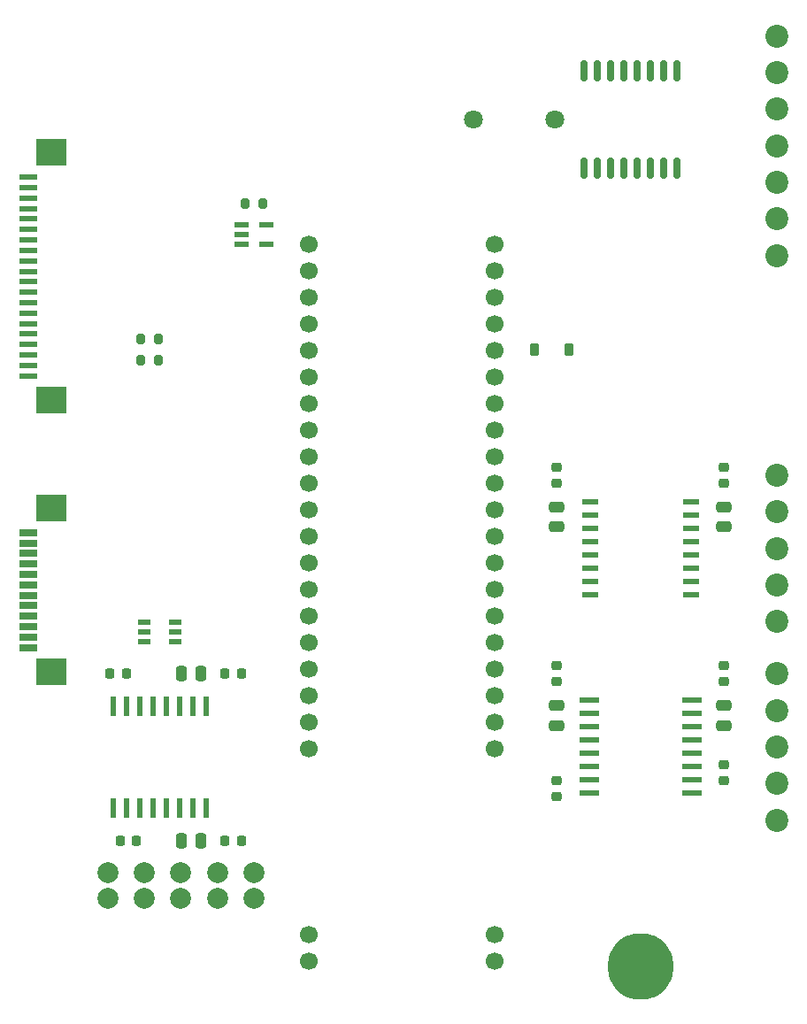
<source format=gbr>
%TF.GenerationSoftware,KiCad,Pcbnew,9.0.5*%
%TF.CreationDate,2025-10-31T11:51:33+03:00*%
%TF.ProjectId,PMCPU-LLP,504d4350-552d-44c4-9c50-2e6b69636164,rev?*%
%TF.SameCoordinates,Original*%
%TF.FileFunction,Soldermask,Top*%
%TF.FilePolarity,Negative*%
%FSLAX46Y46*%
G04 Gerber Fmt 4.6, Leading zero omitted, Abs format (unit mm)*
G04 Created by KiCad (PCBNEW 9.0.5) date 2025-10-31 11:51:33*
%MOMM*%
%LPD*%
G01*
G04 APERTURE LIST*
G04 Aperture macros list*
%AMRoundRect*
0 Rectangle with rounded corners*
0 $1 Rounding radius*
0 $2 $3 $4 $5 $6 $7 $8 $9 X,Y pos of 4 corners*
0 Add a 4 corners polygon primitive as box body*
4,1,4,$2,$3,$4,$5,$6,$7,$8,$9,$2,$3,0*
0 Add four circle primitives for the rounded corners*
1,1,$1+$1,$2,$3*
1,1,$1+$1,$4,$5*
1,1,$1+$1,$6,$7*
1,1,$1+$1,$8,$9*
0 Add four rect primitives between the rounded corners*
20,1,$1+$1,$2,$3,$4,$5,0*
20,1,$1+$1,$4,$5,$6,$7,0*
20,1,$1+$1,$6,$7,$8,$9,0*
20,1,$1+$1,$8,$9,$2,$3,0*%
G04 Aperture macros list end*
%ADD10RoundRect,0.225000X0.225000X0.375000X-0.225000X0.375000X-0.225000X-0.375000X0.225000X-0.375000X0*%
%ADD11O,6.350000X6.350000*%
%ADD12R,1.181100X0.558800*%
%ADD13RoundRect,0.200000X0.200000X0.275000X-0.200000X0.275000X-0.200000X-0.275000X0.200000X-0.275000X0*%
%ADD14RoundRect,0.250000X-0.475000X0.250000X-0.475000X-0.250000X0.475000X-0.250000X0.475000X0.250000X0*%
%ADD15RoundRect,0.225000X-0.250000X0.225000X-0.250000X-0.225000X0.250000X-0.225000X0.250000X0.225000X0*%
%ADD16C,1.800000*%
%ADD17RoundRect,0.225000X0.250000X-0.225000X0.250000X0.225000X-0.250000X0.225000X-0.250000X-0.225000X0*%
%ADD18RoundRect,0.250000X0.250000X0.475000X-0.250000X0.475000X-0.250000X-0.475000X0.250000X-0.475000X0*%
%ADD19C,2.200000*%
%ADD20RoundRect,0.225000X0.225000X0.250000X-0.225000X0.250000X-0.225000X-0.250000X0.225000X-0.250000X0*%
%ADD21R,1.854200X0.482600*%
%ADD22R,1.320800X0.558800*%
%ADD23R,1.803400X0.635000*%
%ADD24R,2.997200X2.590800*%
%ADD25C,1.700000*%
%ADD26R,1.800000X0.600000*%
%ADD27R,3.000000X2.600000*%
%ADD28RoundRect,0.225000X-0.225000X-0.250000X0.225000X-0.250000X0.225000X0.250000X-0.225000X0.250000X0*%
%ADD29R,1.549400X0.482600*%
%ADD30RoundRect,0.150000X0.150000X-0.875000X0.150000X0.875000X-0.150000X0.875000X-0.150000X-0.875000X0*%
%ADD31C,2.000000*%
%ADD32R,0.482600X1.854200*%
G04 APERTURE END LIST*
D10*
%TO.C,D1*%
X15150000Y13000000D03*
X11850000Y13000000D03*
%TD*%
D11*
%TO.C,PE1*%
X22000000Y-46000000D03*
%TD*%
D12*
%TO.C,U7*%
X-22533150Y-14950001D03*
X-22533150Y-14000000D03*
X-22533150Y-13049999D03*
X-25466850Y-13049999D03*
X-25466850Y-14000000D03*
X-25466850Y-14950001D03*
%TD*%
D13*
%TO.C,R10*%
X-24175000Y14000000D03*
X-25825000Y14000000D03*
%TD*%
D14*
%TO.C,C4*%
X30000000Y-21050000D03*
X30000000Y-22950000D03*
%TD*%
D15*
%TO.C,C8*%
X30000000Y-26705000D03*
X30000000Y-28255000D03*
%TD*%
D16*
%TO.C,J1*%
X13750000Y35000000D03*
X6000000Y35000000D03*
%TD*%
D17*
%TO.C,C7*%
X30000000Y-18775000D03*
X30000000Y-17225000D03*
%TD*%
D15*
%TO.C,C15*%
X14000000Y-28225000D03*
X14000000Y-29775000D03*
%TD*%
D18*
%TO.C,C6*%
X-20050000Y-34000000D03*
X-21950000Y-34000000D03*
%TD*%
D19*
%TO.C,J2*%
X35000000Y-32000000D03*
X35000000Y-28500000D03*
X35000000Y-25000000D03*
X35000000Y-21500000D03*
X35000000Y-18000000D03*
%TD*%
D14*
%TO.C,C13*%
X14000000Y-21050000D03*
X14000000Y-22950000D03*
%TD*%
D18*
%TO.C,C5*%
X-20050000Y-18000000D03*
X-21950000Y-18000000D03*
%TD*%
D20*
%TO.C,C3*%
X-27225000Y-18000000D03*
X-28775000Y-18000000D03*
%TD*%
D13*
%TO.C,R9*%
X-24175000Y12000000D03*
X-25825000Y12000000D03*
%TD*%
D21*
%TO.C,U5*%
X17123200Y-20555000D03*
X17123200Y-21825000D03*
X17123200Y-23095000D03*
X17123200Y-24365000D03*
X17123200Y-25635000D03*
X17123200Y-26905000D03*
X17123200Y-28175000D03*
X17123200Y-29445000D03*
X26876800Y-29445000D03*
X26876800Y-28175000D03*
X26876800Y-26905000D03*
X26876800Y-25635000D03*
X26876800Y-24365000D03*
X26876800Y-23095000D03*
X26876800Y-21825000D03*
X26876800Y-20555000D03*
%TD*%
D20*
%TO.C,C9*%
X-26225000Y-34000000D03*
X-27775000Y-34000000D03*
%TD*%
D22*
%TO.C,CR1*%
X-16193800Y24950001D03*
X-16193800Y24000000D03*
X-16193800Y23049999D03*
X-13806200Y23049999D03*
X-13806200Y24950001D03*
%TD*%
D23*
%TO.C,J7*%
X-36556000Y-15499992D03*
X-36556000Y-14499994D03*
X-36556000Y-13499996D03*
X-36556000Y-12499998D03*
X-36556000Y-11500000D03*
X-36556000Y-10500000D03*
X-36556000Y-9500000D03*
X-36556000Y-8500000D03*
X-36556000Y-7500002D03*
X-36556000Y-6500004D03*
X-36556000Y-5500006D03*
X-36556000Y-4500008D03*
D24*
X-34385999Y-17850003D03*
X-34385999Y-2149997D03*
%TD*%
D25*
%TO.C,U3*%
X-9780000Y23080000D03*
X-9780000Y20540000D03*
X-9780000Y18000000D03*
X-9780000Y15460000D03*
X-9780000Y12920000D03*
X-9780000Y10380000D03*
X-9780000Y7840000D03*
X-9780000Y5300000D03*
X-9780000Y2760000D03*
X-9780000Y220000D03*
X-9780000Y-2320000D03*
X-9780000Y-4860000D03*
X-9780000Y-7400000D03*
X-9780000Y-9940000D03*
X-9780000Y-12480000D03*
X-9780000Y-15020000D03*
X-9780000Y-17560000D03*
X-9780000Y-20100000D03*
X-9780000Y-22640000D03*
X-9780000Y-25180000D03*
X8000000Y-25180000D03*
X8000000Y-22640000D03*
X8000000Y-20100000D03*
X8000000Y-17560000D03*
X8000000Y-15020000D03*
X8000000Y-12480000D03*
X8000000Y-9940000D03*
X8000000Y-7400000D03*
X8000000Y-4860000D03*
X8000000Y-2320000D03*
X8000000Y220000D03*
X8000000Y2760000D03*
X8000000Y5300000D03*
X8000000Y7840000D03*
X8000000Y10380000D03*
X8000000Y12920000D03*
X8000000Y15460000D03*
X8000000Y18000000D03*
X8000000Y20540000D03*
X8000000Y23080000D03*
X-9780000Y-42960000D03*
X8000000Y-42960000D03*
X-9780000Y-45500000D03*
X8000000Y-45500000D03*
%TD*%
D26*
%TO.C,JM1*%
X-36546000Y10500000D03*
X-36546000Y11500000D03*
X-36546000Y12500000D03*
X-36546000Y13500000D03*
X-36546000Y14500000D03*
X-36546000Y15500000D03*
X-36546000Y16500000D03*
X-36546000Y17500000D03*
X-36546000Y18500000D03*
X-36546000Y19500000D03*
X-36546000Y20500000D03*
X-36546000Y21500000D03*
X-36546000Y22500000D03*
X-36546000Y23500000D03*
X-36546000Y24500000D03*
X-36546000Y25500000D03*
X-36546000Y26500000D03*
X-36546000Y27500000D03*
X-36546000Y28500000D03*
X-36546000Y29500000D03*
D27*
X-34375000Y8150000D03*
X-34375000Y31850000D03*
%TD*%
D28*
%TO.C,C2*%
X-17775000Y-18000000D03*
X-16225000Y-18000000D03*
%TD*%
D14*
%TO.C,C19*%
X14000000Y-2050000D03*
X14000000Y-3950000D03*
%TD*%
D13*
%TO.C,R11*%
X-14175000Y27000000D03*
X-15825000Y27000000D03*
%TD*%
D19*
%TO.C,J14*%
X35000000Y-13000000D03*
X35000000Y-9500000D03*
X35000000Y-6000000D03*
X35000000Y-2500000D03*
X35000000Y1000000D03*
%TD*%
D14*
%TO.C,C17*%
X30000000Y-2050000D03*
X30000000Y-3950000D03*
%TD*%
D17*
%TO.C,C18*%
X14000000Y225000D03*
X14000000Y1775000D03*
%TD*%
D29*
%TO.C,U8*%
X17174000Y-1555000D03*
X17174000Y-2825000D03*
X17174000Y-4095000D03*
X17174000Y-5365000D03*
X17174000Y-6635000D03*
X17174000Y-7905000D03*
X17174000Y-9175000D03*
X17174000Y-10445000D03*
X26826000Y-10445000D03*
X26826000Y-9175000D03*
X26826000Y-7905000D03*
X26826000Y-6635000D03*
X26826000Y-5365000D03*
X26826000Y-4095000D03*
X26826000Y-2825000D03*
X26826000Y-1555000D03*
%TD*%
D30*
%TO.C,U6*%
X16555000Y30350000D03*
X17825000Y30350000D03*
X19095000Y30350000D03*
X20365000Y30350000D03*
X21635000Y30350000D03*
X22905000Y30350000D03*
X24175000Y30350000D03*
X25445000Y30350000D03*
X25445000Y39650000D03*
X24175000Y39650000D03*
X22905000Y39650000D03*
X21635000Y39650000D03*
X20365000Y39650000D03*
X19095000Y39650000D03*
X17825000Y39650000D03*
X16555000Y39650000D03*
%TD*%
D19*
%TO.C,J13*%
X35000000Y22000000D03*
X35000000Y25500000D03*
X35000000Y29000000D03*
X35000000Y32500000D03*
X35000000Y36000000D03*
X35000000Y39500000D03*
X35000000Y43000000D03*
%TD*%
D28*
%TO.C,C10*%
X-17775000Y-34000000D03*
X-16225000Y-34000000D03*
%TD*%
D31*
%TO.C,J3*%
X-29000000Y-37000000D03*
X-25500000Y-37000000D03*
X-22000000Y-37000000D03*
X-18500000Y-37000000D03*
X-15000000Y-37000000D03*
X-29000000Y-39500000D03*
X-25500000Y-39500000D03*
X-22000000Y-39500000D03*
X-18500000Y-39500000D03*
X-15000000Y-39500000D03*
%TD*%
D17*
%TO.C,C14*%
X14000000Y-18775000D03*
X14000000Y-17225000D03*
%TD*%
D32*
%TO.C,U1*%
X-19555000Y-21123200D03*
X-20825000Y-21123200D03*
X-22095000Y-21123200D03*
X-23365000Y-21123200D03*
X-24635000Y-21123200D03*
X-25905000Y-21123200D03*
X-27175000Y-21123200D03*
X-28445000Y-21123200D03*
X-28445000Y-30876800D03*
X-27175000Y-30876800D03*
X-25905000Y-30876800D03*
X-24635000Y-30876800D03*
X-23365000Y-30876800D03*
X-22095000Y-30876800D03*
X-20825000Y-30876800D03*
X-19555000Y-30876800D03*
%TD*%
D17*
%TO.C,C16*%
X30000000Y225000D03*
X30000000Y1775000D03*
%TD*%
M02*

</source>
